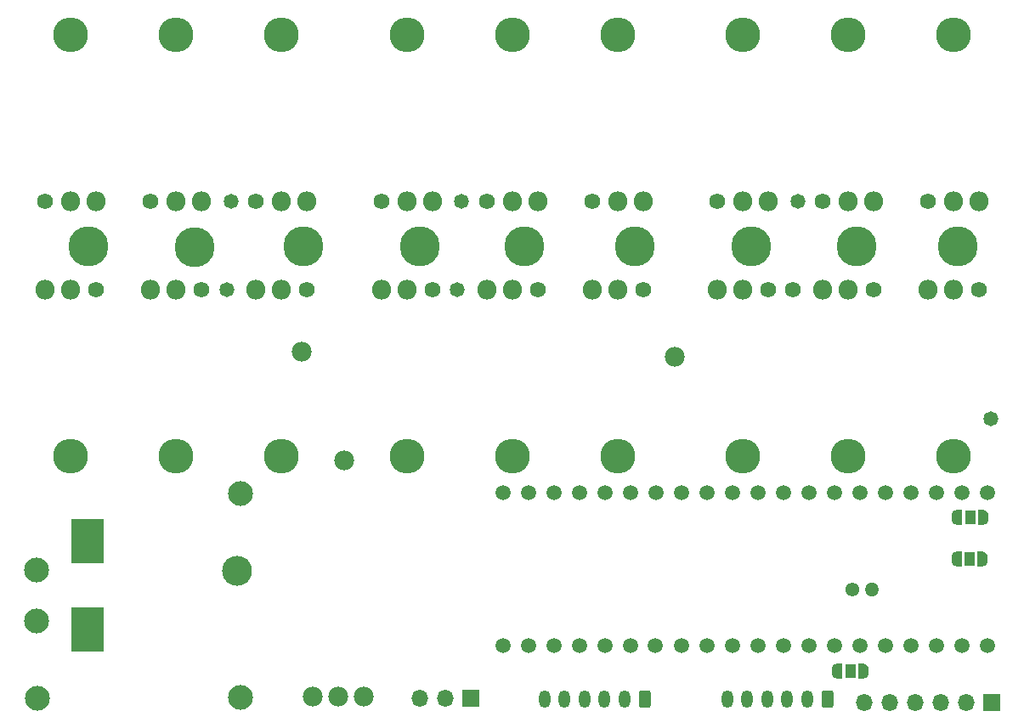
<source format=gbr>
%TF.GenerationSoftware,KiCad,Pcbnew,(6.0.7-1)-1*%
%TF.CreationDate,2023-01-28T14:38:12-05:00*%
%TF.ProjectId,CCC_ESC,4343435f-4553-4432-9e6b-696361645f70,rev?*%
%TF.SameCoordinates,Original*%
%TF.FileFunction,Soldermask,Bot*%
%TF.FilePolarity,Negative*%
%FSLAX46Y46*%
G04 Gerber Fmt 4.6, Leading zero omitted, Abs format (unit mm)*
G04 Created by KiCad (PCBNEW (6.0.7-1)-1) date 2023-01-28 14:38:12*
%MOMM*%
%LPD*%
G01*
G04 APERTURE LIST*
G04 Aperture macros list*
%AMRoundRect*
0 Rectangle with rounded corners*
0 $1 Rounding radius*
0 $2 $3 $4 $5 $6 $7 $8 $9 X,Y pos of 4 corners*
0 Add a 4 corners polygon primitive as box body*
4,1,4,$2,$3,$4,$5,$6,$7,$8,$9,$2,$3,0*
0 Add four circle primitives for the rounded corners*
1,1,$1+$1,$2,$3*
1,1,$1+$1,$4,$5*
1,1,$1+$1,$6,$7*
1,1,$1+$1,$8,$9*
0 Add four rect primitives between the rounded corners*
20,1,$1+$1,$2,$3,$4,$5,0*
20,1,$1+$1,$4,$5,$6,$7,0*
20,1,$1+$1,$6,$7,$8,$9,0*
20,1,$1+$1,$8,$9,$2,$3,0*%
%AMFreePoly0*
4,1,25,0.540000,-0.740000,0.007915,-0.740000,0.007071,-0.737962,0.000183,-0.735035,-0.078325,-0.733596,-0.210908,-0.692175,-0.326530,-0.615209,-0.415911,-0.508879,-0.471850,-0.381746,-0.489248,-0.248703,-0.490000,-0.247398,-0.490000,0.247982,-0.489164,0.250000,-0.489248,0.251297,-0.489861,0.255987,-0.468491,0.393233,-0.409460,0.518965,-0.317512,0.623077,-0.200041,0.697195,-0.066488,0.735365,
-0.000061,0.734959,0.007028,0.737845,0.007928,0.740000,0.540000,0.740000,0.540000,-0.740000,0.540000,-0.740000,$1*%
%AMFreePoly1*
4,1,22,-0.007071,0.737888,-0.000061,0.734959,0.072412,0.734517,0.205491,0.694718,0.322045,0.619172,0.412717,0.513940,0.470207,0.387499,0.490000,0.249287,0.490000,-0.250000,0.489861,-0.261321,0.466708,-0.398946,0.406145,-0.523945,0.312930,-0.626928,0.194562,-0.699606,0.060551,-0.736142,0.000183,-0.735035,-0.006940,-0.737834,-0.007861,-0.740000,-0.540000,-0.740000,-0.540000,0.740000,
-0.007946,0.740000,-0.007071,0.737888,-0.007071,0.737888,$1*%
G04 Aperture macros list end*
%ADD10C,1.980000*%
%ADD11C,3.980000*%
%ADD12C,2.480000*%
%ADD13C,1.480000*%
%ADD14R,1.680000X1.680000*%
%ADD15O,1.680000X1.680000*%
%ADD16RoundRect,0.240000X0.350000X0.625000X-0.350000X0.625000X-0.350000X-0.625000X0.350000X-0.625000X0*%
%ADD17O,1.180000X1.730000*%
%ADD18C,2.980000*%
%ADD19C,1.580000*%
%ADD20C,1.380000*%
%ADD21O,1.380000X1.380000*%
%ADD22C,1.504000*%
%ADD23FreePoly0,180.000000*%
%ADD24R,0.980000X1.480000*%
%ADD25FreePoly1,180.000000*%
%ADD26O,3.480000X3.480000*%
%ADD27O,1.885000X1.980000*%
%ADD28R,3.280000X4.480000*%
G04 APERTURE END LIST*
D10*
%TO.C,TpGND3*%
X79000000Y-85000000D03*
%TD*%
D11*
%TO.C,PH9*%
X144400000Y-74500000D03*
%TD*%
D12*
%TO.C,U6*%
X52654000Y-111813260D03*
X52654000Y-106733260D03*
X72974000Y-99113260D03*
X72974000Y-119433260D03*
%TD*%
D11*
%TO.C,PH4*%
X90800000Y-74500000D03*
%TD*%
D13*
%TO.C,TpGS1*%
X72050000Y-70000000D03*
%TD*%
D14*
%TO.C,J1*%
X95900000Y-119500000D03*
D15*
X93360000Y-119500000D03*
X90820000Y-119500000D03*
%TD*%
D16*
%TO.C,J4*%
X113219000Y-119628260D03*
D17*
X111219000Y-119628260D03*
X109219000Y-119628260D03*
X107219000Y-119628260D03*
X105219000Y-119628260D03*
X103219000Y-119628260D03*
%TD*%
D18*
%TO.C,TpGND4*%
X72569000Y-106778260D03*
%TD*%
D19*
%TO.C,TpGS6*%
X128000000Y-78750000D03*
%TD*%
D11*
%TO.C,PH5*%
X112250000Y-74450000D03*
%TD*%
D10*
%TO.C,TpGND2*%
X83250000Y-95800000D03*
%TD*%
D11*
%TO.C,PH8*%
X123800000Y-74500000D03*
%TD*%
D16*
%TO.C,J2*%
X131419000Y-119628260D03*
D17*
X129419000Y-119628260D03*
X127419000Y-119628260D03*
X125419000Y-119628260D03*
X123419000Y-119628260D03*
X121419000Y-119628260D03*
%TD*%
D10*
%TO.C,U7*%
X80164000Y-119295000D03*
X82704000Y-119295000D03*
X85244000Y-119295000D03*
%TD*%
D11*
%TO.C,PH3*%
X68350000Y-74550000D03*
%TD*%
%TO.C,PH2*%
X57800000Y-74500000D03*
%TD*%
%TO.C,PH1*%
X79250000Y-74500000D03*
%TD*%
%TO.C,PH6*%
X101250000Y-74500000D03*
%TD*%
D13*
%TO.C,TpVS1*%
X147700000Y-91650000D03*
%TD*%
%TO.C,TpGS4*%
X94500000Y-78800000D03*
%TD*%
D11*
%TO.C,PH7*%
X134300000Y-74500000D03*
%TD*%
D20*
%TO.C,NTC1*%
X133914000Y-108678260D03*
D21*
X135814000Y-108678260D03*
%TD*%
D22*
%TO.C,U5*%
X147329000Y-99028260D03*
X144789000Y-99028260D03*
X142249000Y-99028260D03*
X139709000Y-99028260D03*
X137169000Y-99028260D03*
X134629000Y-99028260D03*
X132089000Y-99028260D03*
X129549000Y-99028260D03*
X127009000Y-99028260D03*
X124469000Y-99028260D03*
X121929000Y-99028260D03*
X119389000Y-99028260D03*
X116849000Y-99028260D03*
X114309000Y-99028260D03*
X111769000Y-99028260D03*
X109229000Y-99028260D03*
X106689000Y-99028260D03*
X104149000Y-99028260D03*
X101609000Y-99028260D03*
X99069000Y-99028260D03*
X99069000Y-114268260D03*
X101609000Y-114268260D03*
X104149000Y-114268260D03*
X106689000Y-114268260D03*
X109229000Y-114268260D03*
X111769000Y-114268260D03*
X114285395Y-114278253D03*
X116849000Y-114268260D03*
X119389000Y-114268260D03*
X121929000Y-114268260D03*
X124469000Y-114268260D03*
X127009000Y-114268260D03*
X129549000Y-114268260D03*
X132089000Y-114268260D03*
X134629000Y-114268260D03*
X137169000Y-114268260D03*
X139709000Y-114268260D03*
X142249000Y-114268260D03*
X144789000Y-114268260D03*
X147329000Y-114268260D03*
%TD*%
D13*
%TO.C,TpGS5*%
X128450000Y-70000000D03*
%TD*%
%TO.C,TpGS3*%
X95000000Y-70000000D03*
%TD*%
D10*
%TO.C,TpGND1*%
X116250000Y-85500000D03*
%TD*%
D14*
%TO.C,J3*%
X147760000Y-119900000D03*
D15*
X145220000Y-119900000D03*
X142680000Y-119900000D03*
X140140000Y-119900000D03*
X137600000Y-119900000D03*
X135060000Y-119900000D03*
%TD*%
D13*
%TO.C,TpGS2*%
X71550000Y-78750000D03*
%TD*%
D12*
%TO.C,Tp12V1*%
X52700000Y-119500000D03*
%TD*%
D23*
%TO.C,JP1*%
X135000000Y-116800000D03*
D24*
X133700000Y-116800000D03*
D25*
X132400000Y-116800000D03*
%TD*%
D26*
%TO.C,QB4*%
X100000000Y-95410000D03*
D19*
X102540000Y-78750000D03*
D27*
X100000000Y-78750000D03*
X97460000Y-78750000D03*
%TD*%
D26*
%TO.C,QB5*%
X89500000Y-53340000D03*
D19*
X86960000Y-70000000D03*
D27*
X89500000Y-70000000D03*
X92040000Y-70000000D03*
%TD*%
D26*
%TO.C,QA3*%
X66500000Y-53340000D03*
D19*
X63960000Y-70000000D03*
D27*
X66500000Y-70000000D03*
X69040000Y-70000000D03*
%TD*%
D26*
%TO.C,QC6*%
X123000000Y-95410000D03*
D19*
X125540000Y-78750000D03*
D27*
X123000000Y-78750000D03*
X120460000Y-78750000D03*
%TD*%
D26*
%TO.C,QC5*%
X144000000Y-53340000D03*
D19*
X141460000Y-70000000D03*
D27*
X144000000Y-70000000D03*
X146540000Y-70000000D03*
%TD*%
D26*
%TO.C,QC4*%
X144000000Y-95410000D03*
D19*
X146540000Y-78750000D03*
D27*
X144000000Y-78750000D03*
X141460000Y-78750000D03*
%TD*%
D26*
%TO.C,QA6*%
X56000000Y-95410000D03*
D19*
X58540000Y-78750000D03*
D27*
X56000000Y-78750000D03*
X53460000Y-78750000D03*
%TD*%
D26*
%TO.C,QB6*%
X89500000Y-95410000D03*
D19*
X92040000Y-78750000D03*
D27*
X89500000Y-78750000D03*
X86960000Y-78750000D03*
%TD*%
D26*
%TO.C,QB2*%
X110500000Y-95410000D03*
D19*
X113040000Y-78750000D03*
D27*
X110500000Y-78750000D03*
X107960000Y-78750000D03*
%TD*%
D26*
%TO.C,QA5*%
X77000000Y-53340000D03*
D19*
X74460000Y-70000000D03*
D27*
X77000000Y-70000000D03*
X79540000Y-70000000D03*
%TD*%
D26*
%TO.C,QA1*%
X56000000Y-53340000D03*
D19*
X53460000Y-70000000D03*
D27*
X56000000Y-70000000D03*
X58540000Y-70000000D03*
%TD*%
D26*
%TO.C,QB3*%
X100000000Y-53340000D03*
D19*
X97460000Y-70000000D03*
D27*
X100000000Y-70000000D03*
X102540000Y-70000000D03*
%TD*%
D26*
%TO.C,QC3*%
X133500000Y-53340000D03*
D19*
X130960000Y-70000000D03*
D27*
X133500000Y-70000000D03*
X136040000Y-70000000D03*
%TD*%
D26*
%TO.C,QA4*%
X66500000Y-95410000D03*
D19*
X69040000Y-78750000D03*
D27*
X66500000Y-78750000D03*
X63960000Y-78750000D03*
%TD*%
D26*
%TO.C,QC2*%
X133500000Y-95410000D03*
D19*
X136040000Y-78750000D03*
D27*
X133500000Y-78750000D03*
X130960000Y-78750000D03*
%TD*%
D23*
%TO.C,JP4*%
X146950000Y-101500000D03*
D24*
X145650000Y-101500000D03*
D25*
X144350000Y-101500000D03*
%TD*%
D23*
%TO.C,JP5*%
X146900000Y-105600000D03*
D24*
X145600000Y-105600000D03*
D25*
X144300000Y-105600000D03*
%TD*%
D26*
%TO.C,QC1*%
X123000000Y-53340000D03*
D19*
X120460000Y-70000000D03*
D27*
X123000000Y-70000000D03*
X125540000Y-70000000D03*
%TD*%
D26*
%TO.C,QA2*%
X77000000Y-95410000D03*
D19*
X79540000Y-78750000D03*
D27*
X77000000Y-78750000D03*
X74460000Y-78750000D03*
%TD*%
D28*
%TO.C,D8*%
X57725000Y-112650000D03*
X57725000Y-103850000D03*
%TD*%
D26*
%TO.C,QB1*%
X110500000Y-53340000D03*
D19*
X107960000Y-70000000D03*
D27*
X110500000Y-70000000D03*
X113040000Y-70000000D03*
%TD*%
M02*

</source>
